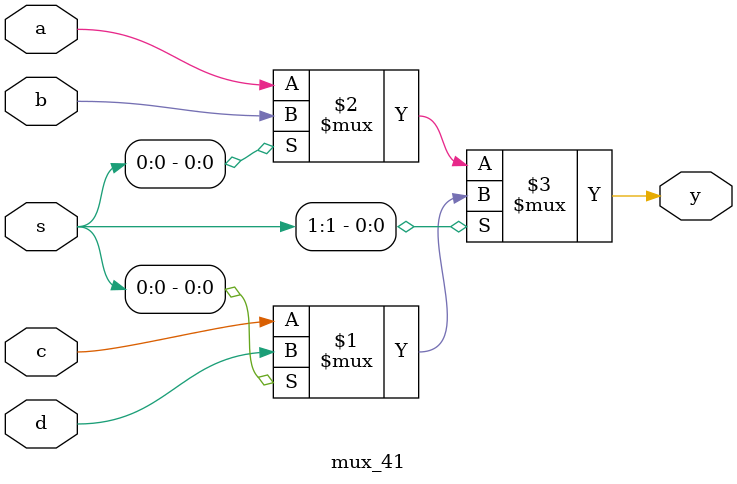
<source format=v>
module mux_41(y, a, b, c, d, s);
	input a, b, c, d;
	input [1:0] s;
	output y;

	assign y = s[1]?(s[0]?d:c):(s[0]?b:a);

endmodule

</source>
